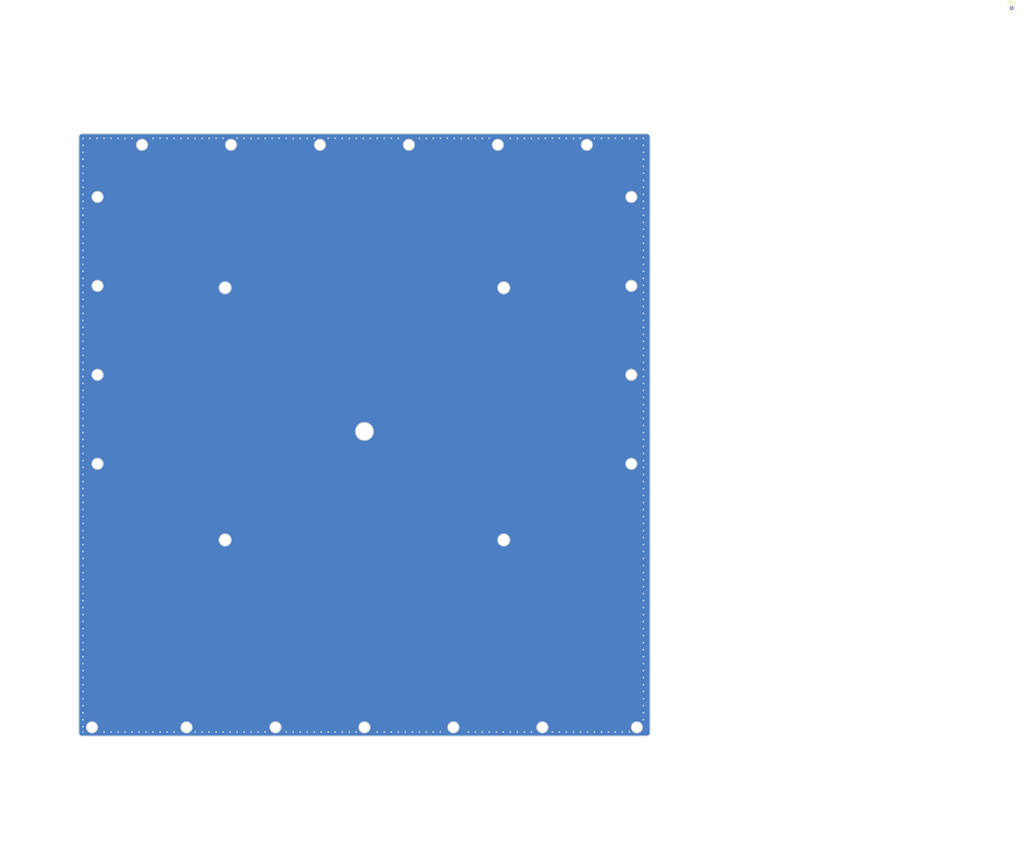
<source format=kicad_pcb>
(kicad_pcb (version 20221018) (generator pcbnew)
  (layers (0 "F.Cu" signal) (31 "B.Cu" signal) (34 "B.Paste" user) (35 "F.Paste" user) (36 "B.SilkS" user "B.Silkscreen") (37 "F.SilkS" user "F.Silkscreen") (38 "B.Mask" user) (39 "F.Mask" user) (44 "Edge.Cuts" user))
  (net 0 "")
  (net 1 "GND")
  (footprint "TestPoint:TestPoint_THTPad_D1.0mm_Drill0.5mm" (layer "F.Cu") (at 266.325 -36.875)
    (fp_text reference "TP1" (at 0 -1.448) (layer "F.SilkS"))
    (fp_text value "TestPoint")
    (fp_circle (center 0 0) (end 0 0.7) (stroke (width 0.12)) (fill none) (layer "F.SilkS"))
    (pad "1" thru_hole circle (at 0 0) (size 1 1) (drill 0.5) (layers "*.Cu" "*.Mask") (net 1 "GND"))
  )
  (gr_circle (center 56.15 168.48) (end 57.7375 168.48) (stroke (width 0.25)) (fill none) (layer "Edge.Cuts"))
  (gr_line (start 0 0) (end 0 169.98) (stroke (width 0.25)) (layer "Edge.Cuts"))
  (gr_circle (center 159.3375 168.48) (end 160.925 168.48) (stroke (width 0.25)) (fill none) (layer "Edge.Cuts"))
  (gr_circle (center 5.35 67.85) (end 6.9375 67.85) (stroke (width 0.25)) (fill none) (layer "Edge.Cuts"))
  (gr_circle (center 68.85 2.175) (end 70.4375 2.175) (stroke (width 0.25)) (fill none) (layer "Edge.Cuts"))
  (gr_circle (center 41.775 42.995) (end 43.5 42.995) (stroke (width 0.25)) (fill none) (layer "Edge.Cuts"))
  (gr_circle (center 145.05 2.175) (end 146.6375 2.175) (stroke (width 0.25)) (fill none) (layer "Edge.Cuts"))
  (gr_circle (center 157.75 17.05) (end 159.3375 17.05) (stroke (width 0.25)) (fill none) (layer "Edge.Cuts"))
  (gr_circle (center 18.05 2.175) (end 19.6375 2.175) (stroke (width 0.25)) (fill none) (layer "Edge.Cuts"))
  (gr_line (start 1 -1) (end 162.1 -1) (stroke (width 0.25)) (layer "Edge.Cuts"))
  (gr_circle (center 121.325 42.995) (end 123.05 42.995) (stroke (width 0.25)) (fill none) (layer "Edge.Cuts"))
  (gr_circle (center 119.65 2.175) (end 121.2375 2.175) (stroke (width 0.25)) (fill none) (layer "Edge.Cuts"))
  (gr_circle (center 5.35 93.25) (end 6.9375 93.25) (stroke (width 0.25)) (fill none) (layer "Edge.Cuts"))
  (gr_circle (center 157.75 67.85) (end 159.3375 67.85) (stroke (width 0.25)) (fill none) (layer "Edge.Cuts"))
  (gr_line (start 1 170.98) (end 162.1 170.98) (stroke (width 0.25)) (layer "Edge.Cuts"))
  (gr_circle (center 132.35 168.48) (end 133.9375 168.48) (stroke (width 0.25)) (fill none) (layer "Edge.Cuts"))
  (gr_circle (center 3.7625 168.48) (end 5.35 168.48) (stroke (width 0.25)) (fill none) (layer "Edge.Cuts"))
  (gr_circle (center 30.75 168.48) (end 32.3375 168.48) (stroke (width 0.25)) (fill none) (layer "Edge.Cuts"))
  (gr_line (start 163.1 169.98) (end 163.1 0) (stroke (width 0.25)) (layer "Edge.Cuts"))
  (gr_circle (center 157.75 42.45) (end 159.3375 42.45) (stroke (width 0.25)) (fill none) (layer "Edge.Cuts"))
  (gr_circle (center 81.55 168.48) (end 83.1375 168.48) (stroke (width 0.25)) (fill none) (layer "Edge.Cuts"))
  (gr_circle (center 106.95 168.48) (end 108.5375 168.48) (stroke (width 0.25)) (fill none) (layer "Edge.Cuts"))
  (gr_circle (center 94.25 2.175) (end 95.8375 2.175) (stroke (width 0.25)) (fill none) (layer "Edge.Cuts"))
  (gr_circle (center 121.325 114.985) (end 123.05 114.985) (stroke (width 0.25)) (fill none) (layer "Edge.Cuts"))
  (gr_arc (start 1 170.98) (mid 0.292893 170.687107) (end 0 169.98) (stroke (width 0.25)) (layer "Edge.Cuts"))
  (gr_circle (center 5.35 42.45) (end 6.9375 42.45) (stroke (width 0.25)) (fill none) (layer "Edge.Cuts"))
  (gr_circle (center 5.35 17.05) (end 6.9375 17.05) (stroke (width 0.25)) (fill none) (layer "Edge.Cuts"))
  (gr_circle (center 43.45 2.175) (end 45.0375 2.175) (stroke (width 0.25)) (fill none) (layer "Edge.Cuts"))
  (gr_arc (start 0 0) (mid 0.292893 -0.707107) (end 1 -1) (stroke (width 0.25)) (layer "Edge.Cuts"))
  (gr_arc (start 163.1 169.98) (mid 162.807107 170.687107) (end 162.1 170.98) (stroke (width 0.25)) (layer "Edge.Cuts"))
  (gr_circle (center 157.75 93.25) (end 159.3375 93.25) (stroke (width 0.25)) (fill none) (layer "Edge.Cuts"))
  (gr_circle (center 41.775 114.985) (end 43.5 114.985) (stroke (width 0.25)) (fill none) (layer "Edge.Cuts"))
  (gr_circle (center 81.55 84) (end 84.1027 84) (stroke (width 0.25)) (fill none) (layer "Edge.Cuts"))
  (gr_arc (start 162.1 -1) (mid 162.807107 -0.707107) (end 163.1 0) (stroke (width 0.25)) (layer "Edge.Cuts"))
  (via (at 1.2 6.3) (size 0.8) (drill 0.4) (layers "F.Cu" "B.Cu") (net 1))
  (via (at 1.2 48.3) (size 0.8) (drill 0.4) (layers "F.Cu" "B.Cu") (net 1))
  (via (at 161.2 0.3) (size 0.8) (drill 0.4) (layers "F.Cu" "B.Cu") (net 1))
  (via (at 123.2 169.8) (size 0.8) (drill 0.4) (layers "F.Cu" "B.Cu") (net 1))
  (via (at 161.2 152.3) (size 0.8) (drill 0.4) (layers "F.Cu" "B.Cu") (net 1))
  (via (at 161.2 60.3) (size 0.8) (drill 0.4) (layers "F.Cu" "B.Cu") (net 1))
  (via (at 21.2 0.3) (size 0.8) (drill 0.4) (layers "F.Cu" "B.Cu") (net 1))
  (via (at 1.2 38.3) (size 0.8) (drill 0.4) (layers "F.Cu" "B.Cu") (net 1))
  (via (at 43.2 169.8) (size 0.8) (drill 0.4) (layers "F.Cu" "B.Cu") (net 1))
  (via (at 23.2 0.3) (size 0.8) (drill 0.4) (layers "F.Cu" "B.Cu") (net 1))
  (via (at 1.2 144.3) (size 0.8) (drill 0.4) (layers "F.Cu" "B.Cu") (net 1))
  (via (at 81.2 0.3) (size 0.8) (drill 0.4) (layers "F.Cu" "B.Cu") (net 1))
  (via (at 91.2 169.8) (size 0.8) (drill 0.4) (layers "F.Cu" "B.Cu") (net 1))
  (via (at 1.2 26.3) (size 0.8) (drill 0.4) (layers "F.Cu" "B.Cu") (net 1))
  (via (at 1.2 122.3) (size 0.8) (drill 0.4) (layers "F.Cu" "B.Cu") (net 1))
  (via (at 47.2 169.8) (size 0.8) (drill 0.4) (layers "F.Cu" "B.Cu") (net 1))
  (via (at 161.2 20.3) (size 0.8) (drill 0.4) (layers "F.Cu" "B.Cu") (net 1))
  (via (at 75.2 0.3) (size 0.8) (drill 0.4) (layers "F.Cu" "B.Cu") (net 1))
  (via (at 161.2 118.3) (size 0.8) (drill 0.4) (layers "F.Cu" "B.Cu") (net 1))
  (via (at 161.2 128.3) (size 0.8) (drill 0.4) (layers "F.Cu" "B.Cu") (net 1))
  (via (at 1.2 142.3) (size 0.8) (drill 0.4) (layers "F.Cu" "B.Cu") (net 1))
  (via (at 1.2 82.3) (size 0.8) (drill 0.4) (layers "F.Cu" "B.Cu") (net 1))
  (via (at 135.2 0.3) (size 0.8) (drill 0.4) (layers "F.Cu" "B.Cu") (net 1))
  (via (at 161.2 94.3) (size 0.8) (drill 0.4) (layers "F.Cu" "B.Cu") (net 1))
  (via (at 1.2 169.8) (size 0.8) (drill 0.4) (layers "F.Cu" "B.Cu") (net 1))
  (via (at 1.2 18.3) (size 0.8) (drill 0.4) (layers "F.Cu" "B.Cu") (net 1))
  (via (at 33.2 169.8) (size 0.8) (drill 0.4) (layers "F.Cu" "B.Cu") (net 1))
  (via (at 161.2 50.3) (size 0.8) (drill 0.4) (layers "F.Cu" "B.Cu") (net 1))
  (via (at 161.2 24.3) (size 0.8) (drill 0.4) (layers "F.Cu" "B.Cu") (net 1))
  (via (at 161.2 124.3) (size 0.8) (drill 0.4) (layers "F.Cu" "B.Cu") (net 1))
  (via (at 39.2 0.3) (size 0.8) (drill 0.4) (layers "F.Cu" "B.Cu") (net 1))
  (via (at 161.2 18.3) (size 0.8) (drill 0.4) (layers "F.Cu" "B.Cu") (net 1))
  (via (at 161.2 32.3) (size 0.8) (drill 0.4) (layers "F.Cu" "B.Cu") (net 1))
  (via (at 1.2 14.3) (size 0.8) (drill 0.4) (layers "F.Cu" "B.Cu") (net 1))
  (via (at 37.2 0.3) (size 0.8) (drill 0.4) (layers "F.Cu" "B.Cu") (net 1))
  (via (at 1.2 90.3) (size 0.8) (drill 0.4) (layers "F.Cu" "B.Cu") (net 1))
  (via (at 161.2 12.3) (size 0.8) (drill 0.4) (layers "F.Cu" "B.Cu") (net 1))
  (via (at 161.2 86.3) (size 0.8) (drill 0.4) (layers "F.Cu" "B.Cu") (net 1))
  (via (at 99.2 0.3) (size 0.8) (drill 0.4) (layers "F.Cu" "B.Cu") (net 1))
  (via (at 47.2 0.3) (size 0.8) (drill 0.4) (layers "F.Cu" "B.Cu") (net 1))
  (via (at 1.2 104.3) (size 0.8) (drill 0.4) (layers "F.Cu" "B.Cu") (net 1))
  (via (at 1.2 158.3) (size 0.8) (drill 0.4) (layers "F.Cu" "B.Cu") (net 1))
  (via (at 161.2 120.3) (size 0.8) (drill 0.4) (layers "F.Cu" "B.Cu") (net 1))
  (via (at 67.2 0.3) (size 0.8) (drill 0.4) (layers "F.Cu" "B.Cu") (net 1))
  (via (at 161.2 80.3) (size 0.8) (drill 0.4) (layers "F.Cu" "B.Cu") (net 1))
  (via (at 149.2 0.3) (size 0.8) (drill 0.4) (layers "F.Cu" "B.Cu") (net 1))
  (via (at 73.2 169.8) (size 0.8) (drill 0.4) (layers "F.Cu" "B.Cu") (net 1))
  (via (at 53.2 0.3) (size 0.8) (drill 0.4) (layers "F.Cu" "B.Cu") (net 1))
  (via (at 1.2 128.3) (size 0.8) (drill 0.4) (layers "F.Cu" "B.Cu") (net 1))
  (via (at 1.2 10.3) (size 0.8) (drill 0.4) (layers "F.Cu" "B.Cu") (net 1))
  (via (at 1.2 44.3) (size 0.8) (drill 0.4) (layers "F.Cu" "B.Cu") (net 1))
  (via (at 161.2 92.3) (size 0.8) (drill 0.4) (layers "F.Cu" "B.Cu") (net 1))
  (via (at 25.2 0.3) (size 0.8) (drill 0.4) (layers "F.Cu" "B.Cu") (net 1))
  (via (at 7.2 169.8) (size 0.8) (drill 0.4) (layers "F.Cu" "B.Cu") (net 1))
  (via (at 1.2 130.3) (size 0.8) (drill 0.4) (layers "F.Cu" "B.Cu") (net 1))
  (via (at 125.2 0.3) (size 0.8) (drill 0.4) (layers "F.Cu" "B.Cu") (net 1))
  (via (at 115.2 169.8) (size 0.8) (drill 0.4) (layers "F.Cu" "B.Cu") (net 1))
  (via (at 1.2 64.3) (size 0.8) (drill 0.4) (layers "F.Cu" "B.Cu") (net 1))
  (via (at 103.2 0.3) (size 0.8) (drill 0.4) (layers "F.Cu" "B.Cu") (net 1))
  (via (at 161.2 64.3) (size 0.8) (drill 0.4) (layers "F.Cu" "B.Cu") (net 1))
  (via (at 1.2 120.3) (size 0.8) (drill 0.4) (layers "F.Cu" "B.Cu") (net 1))
  (via (at 139.2 0.3) (size 0.8) (drill 0.4) (layers "F.Cu" "B.Cu") (net 1))
  (via (at 161.2 52.3) (size 0.8) (drill 0.4) (layers "F.Cu" "B.Cu") (net 1))
  (via (at 1.2 0.3) (size 0.8) (drill 0.4) (layers "F.Cu" "B.Cu") (net 1))
  (via (at 27.2 0.3) (size 0.8) (drill 0.4) (layers "F.Cu" "B.Cu") (net 1))
  (via (at 107.2 0.3) (size 0.8) (drill 0.4) (layers "F.Cu" "B.Cu") (net 1))
  (via (at 15.2 0.3) (size 0.8) (drill 0.4) (layers "F.Cu" "B.Cu") (net 1))
  (via (at 61.2 169.8) (size 0.8) (drill 0.4) (layers "F.Cu" "B.Cu") (net 1))
  (via (at 161.2 164.3) (size 0.8) (drill 0.4) (layers "F.Cu" "B.Cu") (net 1))
  (via (at 161.2 140.3) (size 0.8) (drill 0.4) (layers "F.Cu" "B.Cu") (net 1))
  (via (at 1.2 2.3) (size 0.8) (drill 0.4) (layers "F.Cu" "B.Cu") (net 1))
  (via (at 161.2 36.3) (size 0.8) (drill 0.4) (layers "F.Cu" "B.Cu") (net 1))
  (via (at 1.2 94.3) (size 0.8) (drill 0.4) (layers "F.Cu" "B.Cu") (net 1))
  (via (at 161.2 148.3) (size 0.8) (drill 0.4) (layers "F.Cu" "B.Cu") (net 1))
  (via (at 1.2 148.3) (size 0.8) (drill 0.4) (layers "F.Cu" "B.Cu") (net 1))
  (via (at 1.2 40.3) (size 0.8) (drill 0.4) (layers "F.Cu" "B.Cu") (net 1))
  (via (at 161.2 54.3) (size 0.8) (drill 0.4) (layers "F.Cu" "B.Cu") (net 1))
  (via (at 147.2 0.3) (size 0.8) (drill 0.4) (layers "F.Cu" "B.Cu") (net 1))
  (via (at 37.2 169.8) (size 0.8) (drill 0.4) (layers "F.Cu" "B.Cu") (net 1))
  (via (at 1.2 56.3) (size 0.8) (drill 0.4) (layers "F.Cu" "B.Cu") (net 1))
  (via (at 3.2 0.3) (size 0.8) (drill 0.4) (layers "F.Cu" "B.Cu") (net 1))
  (via (at 87.2 169.8) (size 0.8) (drill 0.4) (layers "F.Cu" "B.Cu") (net 1))
  (via (at 161.2 42.3) (size 0.8) (drill 0.4) (layers "F.Cu" "B.Cu") (net 1))
  (via (at 1.2 92.3) (size 0.8) (drill 0.4) (layers "F.Cu" "B.Cu") (net 1))
  (via (at 1.2 16.3) (size 0.8) (drill 0.4) (layers "F.Cu" "B.Cu") (net 1))
  (via (at 161.2 156.3) (size 0.8) (drill 0.4) (layers "F.Cu" "B.Cu") (net 1))
  (via (at 155.2 0.3) (size 0.8) (drill 0.4) (layers "F.Cu" "B.Cu") (net 1))
  (via (at 161.2 6.3) (size 0.8) (drill 0.4) (layers "F.Cu" "B.Cu") (net 1))
  (via (at 161.2 106.3) (size 0.8) (drill 0.4) (layers "F.Cu" "B.Cu") (net 1))
  (via (at 1.2 68.3) (size 0.8) (drill 0.4) (layers "F.Cu" "B.Cu") (net 1))
  (via (at 1.2 118.3) (size 0.8) (drill 0.4) (layers "F.Cu" "B.Cu") (net 1))
  (via (at 161.2 66.3) (size 0.8) (drill 0.4) (layers "F.Cu" "B.Cu") (net 1))
  (via (at 1.2 20.3) (size 0.8) (drill 0.4) (layers "F.Cu" "B.Cu") (net 1))
  (via (at 161.2 146.3) (size 0.8) (drill 0.4) (layers "F.Cu" "B.Cu") (net 1))
  (via (at 45.2 0.3) (size 0.8) (drill 0.4) (layers "F.Cu" "B.Cu") (net 1))
  (via (at 1.2 34.3) (size 0.8) (drill 0.4) (layers "F.Cu" "B.Cu") (net 1))
  (via (at 7.2 0.3) (size 0.8) (drill 0.4) (layers "F.Cu" "B.Cu") (net 1))
  (via (at 161.2 58.3) (size 0.8) (drill 0.4) (layers "F.Cu" "B.Cu") (net 1))
  (via (at 59.2 0.3) (size 0.8) (drill 0.4) (layers "F.Cu" "B.Cu") (net 1))
  (via (at 147.2 169.8) (size 0.8) (drill 0.4) (layers "F.Cu" "B.Cu") (net 1))
  (via (at 11.2 0.3) (size 0.8) (drill 0.4) (layers "F.Cu" "B.Cu") (net 1))
  (via (at 145.2 169.8) (size 0.8) (drill 0.4) (layers "F.Cu" "B.Cu") (net 1))
  (via (at 1.2 124.3) (size 0.8) (drill 0.4) (layers "F.Cu" "B.Cu") (net 1))
  (via (at 1.2 54.3) (size 0.8) (drill 0.4) (layers "F.Cu" "B.Cu") (net 1))
  (via (at 161.2 96.3) (size 0.8) (drill 0.4) (layers "F.Cu" "B.Cu") (net 1))
  (via (at 161.2 22.3) (size 0.8) (drill 0.4) (layers "F.Cu" "B.Cu") (net 1))
  (via (at 129.2 169.8) (size 0.8) (drill 0.4) (layers "F.Cu" "B.Cu") (net 1))
  (via (at 159.2 0.3) (size 0.8) (drill 0.4) (layers "F.Cu" "B.Cu") (net 1))
  (via (at 25.2 169.8) (size 0.8) (drill 0.4) (layers "F.Cu" "B.Cu") (net 1))
  (via (at 161.2 2.3) (size 0.8) (drill 0.4) (layers "F.Cu" "B.Cu") (net 1))
  (via (at 53.2 169.8) (size 0.8) (drill 0.4) (layers "F.Cu" "B.Cu") (net 1))
  (via (at 1.2 154.3) (size 0.8) (drill 0.4) (layers "F.Cu" "B.Cu") (net 1))
  (via (at 161.2 98.3) (size 0.8) (drill 0.4) (layers "F.Cu" "B.Cu") (net 1))
  (via (at 15.2 169.8) (size 0.8) (drill 0.4) (layers "F.Cu" "B.Cu") (net 1))
  (via (at 51.2 0.3) (size 0.8) (drill 0.4) (layers "F.Cu" "B.Cu") (net 1))
  (via (at 77.2 169.8) (size 0.8) (drill 0.4) (layers "F.Cu" "B.Cu") (net 1))
  (via (at 161.2 46.3) (size 0.8) (drill 0.4) (layers "F.Cu" "B.Cu") (net 1))
  (via (at 1.2 114.3) (size 0.8) (drill 0.4) (layers "F.Cu" "B.Cu") (net 1))
  (via (at 77.2 0.3) (size 0.8) (drill 0.4) (layers "F.Cu" "B.Cu") (net 1))
  (via (at 41.2 169.8) (size 0.8) (drill 0.4) (layers "F.Cu" "B.Cu") (net 1))
  (via (at 1.2 146.3) (size 0.8) (drill 0.4) (layers "F.Cu" "B.Cu") (net 1))
  (via (at 55.2 0.3) (size 0.8) (drill 0.4) (layers "F.Cu" "B.Cu") (net 1))
  (via (at 161.2 154.3) (size 0.8) (drill 0.4) (layers "F.Cu" "B.Cu") (net 1))
  (via (at 153.2 0.3) (size 0.8) (drill 0.4) (layers "F.Cu" "B.Cu") (net 1))
  (via (at 161.2 70.3) (size 0.8) (drill 0.4) (layers "F.Cu" "B.Cu") (net 1))
  (via (at 65.2 169.8) (size 0.8) (drill 0.4) (layers "F.Cu" "B.Cu") (net 1))
  (via (at 1.2 70.3) (size 0.8) (drill 0.4) (layers "F.Cu" "B.Cu") (net 1))
  (via (at 101.2 169.8) (size 0.8) (drill 0.4) (layers "F.Cu" "B.Cu") (net 1))
  (via (at 1.2 156.3) (size 0.8) (drill 0.4) (layers "F.Cu" "B.Cu") (net 1))
  (via (at 125.2 169.8) (size 0.8) (drill 0.4) (layers "F.Cu" "B.Cu") (net 1))
  (via (at 1.2 42.3) (size 0.8) (drill 0.4) (layers "F.Cu" "B.Cu") (net 1))
  (via (at 1.2 108.3) (size 0.8) (drill 0.4) (layers "F.Cu" "B.Cu") (net 1))
  (via (at 1.2 136.3) (size 0.8) (drill 0.4) (layers "F.Cu" "B.Cu") (net 1))
  (via (at 161.2 30.3) (size 0.8) (drill 0.4) (layers "F.Cu" "B.Cu") (net 1))
  (via (at 45.2 169.8) (size 0.8) (drill 0.4) (layers "F.Cu" "B.Cu") (net 1))
  (via (at 161.2 74.3) (size 0.8) (drill 0.4) (layers "F.Cu" "B.Cu") (net 1))
  (via (at 1.2 84.3) (size 0.8) (drill 0.4) (layers "F.Cu" "B.Cu") (net 1))
  (via (at 161.2 112.3) (size 0.8) (drill 0.4) (layers "F.Cu" "B.Cu") (net 1))
  (via (at 161.2 38.3) (size 0.8) (drill 0.4) (layers "F.Cu" "B.Cu") (net 1))
  (via (at 1.2 168.3) (size 0.8) (drill 0.4) (layers "F.Cu" "B.Cu") (net 1))
  (via (at 1.2 76.3) (size 0.8) (drill 0.4) (layers "F.Cu" "B.Cu") (net 1))
  (via (at 149.2 169.8) (size 0.8) (drill 0.4) (layers "F.Cu" "B.Cu") (net 1))
  (via (at 93.2 169.8) (size 0.8) (drill 0.4) (layers "F.Cu" "B.Cu") (net 1))
  (via (at 1.2 66.3) (size 0.8) (drill 0.4) (layers "F.Cu" "B.Cu") (net 1))
  (via (at 33.2 0.3) (size 0.8) (drill 0.4) (layers "F.Cu" "B.Cu") (net 1))
  (via (at 151.2 169.8) (size 0.8) (drill 0.4) (layers "F.Cu" "B.Cu") (net 1))
  (via (at 1.2 32.3) (size 0.8) (drill 0.4) (layers "F.Cu" "B.Cu") (net 1))
  (via (at 161.2 84.3) (size 0.8) (drill 0.4) (layers "F.Cu" "B.Cu") (net 1))
  (via (at 1.2 58.3) (size 0.8) (drill 0.4) (layers "F.Cu" "B.Cu") (net 1))
  (via (at 1.2 4.3) (size 0.8) (drill 0.4) (layers "F.Cu" "B.Cu") (net 1))
  (via (at 111.2 169.8) (size 0.8) (drill 0.4) (layers "F.Cu" "B.Cu") (net 1))
  (via (at 137.2 0.3) (size 0.8) (drill 0.4) (layers "F.Cu" "B.Cu") (net 1))
  (via (at 59.2 169.8) (size 0.8) (drill 0.4) (layers "F.Cu" "B.Cu") (net 1))
  (via (at 1.2 112.3) (size 0.8) (drill 0.4) (layers "F.Cu" "B.Cu") (net 1))
  (via (at 97.2 169.8) (size 0.8) (drill 0.4) (layers "F.Cu" "B.Cu") (net 1))
  (via (at 123.2 0.3) (size 0.8) (drill 0.4) (layers "F.Cu" "B.Cu") (net 1))
  (via (at 97.2 0.3) (size 0.8) (drill 0.4) (layers "F.Cu" "B.Cu") (net 1))
  (via (at 161.2 44.3) (size 0.8) (drill 0.4) (layers "F.Cu" "B.Cu") (net 1))
  (via (at 99.2 169.8) (size 0.8) (drill 0.4) (layers "F.Cu" "B.Cu") (net 1))
  (via (at 13.2 0.3) (size 0.8) (drill 0.4) (layers "F.Cu" "B.Cu") (net 1))
  (via (at 79.2 0.3) (size 0.8) (drill 0.4) (layers "F.Cu" "B.Cu") (net 1))
  (via (at 111.2 0.3) (size 0.8) (drill 0.4) (layers "F.Cu" "B.Cu") (net 1))
  (via (at 1.2 28.3) (size 0.8) (drill 0.4) (layers "F.Cu" "B.Cu") (net 1))
  (via (at 1.2 36.3) (size 0.8) (drill 0.4) (layers "F.Cu" "B.Cu") (net 1))
  (via (at 161.2 100.3) (size 0.8) (drill 0.4) (layers "F.Cu" "B.Cu") (net 1))
  (via (at 161.2 8.3) (size 0.8) (drill 0.4) (layers "F.Cu" "B.Cu") (net 1))
  (via (at 129.2 0.3) (size 0.8) (drill 0.4) (layers "F.Cu" "B.Cu") (net 1))
  (via (at 161.2 136.3) (size 0.8) (drill 0.4) (layers "F.Cu" "B.Cu") (net 1))
  (via (at 1.2 96.3) (size 0.8) (drill 0.4) (layers "F.Cu" "B.Cu") (net 1))
  (via (at 161.2 78.3) (size 0.8) (drill 0.4) (layers "F.Cu" "B.Cu") (net 1))
  (via (at 1.2 62.3) (size 0.8) (drill 0.4) (layers "F.Cu" "B.Cu") (net 1))
  (via (at 73.2 0.3) (size 0.8) (drill 0.4) (layers "F.Cu" "B.Cu") (net 1))
  (via (at 63.2 169.8) (size 0.8) (drill 0.4) (layers "F.Cu" "B.Cu") (net 1))
  (via (at 161.2 102.3) (size 0.8) (drill 0.4) (layers "F.Cu" "B.Cu") (net 1))
  (via (at 161.2 132.3) (size 0.8) (drill 0.4) (layers "F.Cu" "B.Cu") (net 1))
  (via (at 9.2 0.3) (size 0.8) (drill 0.4) (layers "F.Cu" "B.Cu") (net 1))
  (via (at 1.2 52.3) (size 0.8) (drill 0.4) (layers "F.Cu" "B.Cu") (net 1))
  (via (at 161.2 126.3) (size 0.8) (drill 0.4) (layers "F.Cu" "B.Cu") (net 1))
  (via (at 1.2 46.3) (size 0.8) (drill 0.4) (layers "F.Cu" "B.Cu") (net 1))
  (via (at 29.2 0.3) (size 0.8) (drill 0.4) (layers "F.Cu" "B.Cu") (net 1))
  (via (at 1.2 166.3) (size 0.8) (drill 0.4) (layers "F.Cu" "B.Cu") (net 1))
  (via (at 1.2 98.3) (size 0.8) (drill 0.4) (layers "F.Cu" "B.Cu") (net 1))
  (via (at 23.2 169.8) (size 0.8) (drill 0.4) (layers "F.Cu" "B.Cu") (net 1))
  (via (at 161.2 160.3) (size 0.8) (drill 0.4) (layers "F.Cu" "B.Cu") (net 1))
  (via (at 1.2 50.3) (size 0.8) (drill 0.4) (layers "F.Cu" "B.Cu") (net 1))
  (via (at 161.2 4.3) (size 0.8) (drill 0.4) (layers "F.Cu" "B.Cu") (net 1))
  (via (at 127.2 0.3) (size 0.8) (drill 0.4) (layers "F.Cu" "B.Cu") (net 1))
  (via (at 113.2 169.8) (size 0.8) (drill 0.4) (layers "F.Cu" "B.Cu") (net 1))
  (via (at 161.2 10.3) (size 0.8) (drill 0.4) (layers "F.Cu" "B.Cu") (net 1))
  (via (at 75.2 169.8) (size 0.8) (drill 0.4) (layers "F.Cu" "B.Cu") (net 1))
  (via (at 161.2 144.3) (size 0.8) (drill 0.4) (layers "F.Cu" "B.Cu") (net 1))
  (via (at 161.2 48.3) (size 0.8) (drill 0.4) (layers "F.Cu" "B.Cu") (net 1))
  (via (at 19.2 169.8) (size 0.8) (drill 0.4) (layers "F.Cu" "B.Cu") (net 1))
  (via (at 1.2 116.3) (size 0.8) (drill 0.4) (layers "F.Cu" "B.Cu") (net 1))
  (via (at 141.2 0.3) (size 0.8) (drill 0.4) (layers "F.Cu" "B.Cu") (net 1))
  (via (at 161.2 72.3) (size 0.8) (drill 0.4) (layers "F.Cu" "B.Cu") (net 1))
  (via (at 41.2 0.3) (size 0.8) (drill 0.4) (layers "F.Cu" "B.Cu") (net 1))
  (via (at 143.2 169.8) (size 0.8) (drill 0.4) (layers "F.Cu" "B.Cu") (net 1))
  (via (at 137.2 169.8) (size 0.8) (drill 0.4) (layers "F.Cu" "B.Cu") (net 1))
  (via (at 1.2 164.3) (size 0.8) (drill 0.4) (layers "F.Cu" "B.Cu") (net 1))
  (via (at 1.2 60.3) (size 0.8) (drill 0.4) (layers "F.Cu" "B.Cu") (net 1))
  (via (at 135.2 169.8) (size 0.8) (drill 0.4) (layers "F.Cu" "B.Cu") (net 1))
  (via (at 161.2 90.3) (size 0.8) (drill 0.4) (layers "F.Cu" "B.Cu") (net 1))
  (via (at 161.2 110.3) (size 0.8) (drill 0.4) (layers "F.Cu" "B.Cu") (net 1))
  (via (at 117.2 0.3) (size 0.8) (drill 0.4) (layers "F.Cu" "B.Cu") (net 1))
  (via (at 1.2 30.3) (size 0.8) (drill 0.4) (layers "F.Cu" "B.Cu") (net 1))
  (via (at 1.2 102.3) (size 0.8) (drill 0.4) (layers "F.Cu" "B.Cu") (net 1))
  (via (at 1.2 22.3) (size 0.8) (drill 0.4) (layers "F.Cu" "B.Cu") (net 1))
  (via (at 151.2 0.3) (size 0.8) (drill 0.4) (layers "F.Cu" "B.Cu") (net 1))
  (via (at 139.2 169.8) (size 0.8) (drill 0.4) (layers "F.Cu" "B.Cu") (net 1))
  (via (at 95.2 169.8) (size 0.8) (drill 0.4) (layers "F.Cu" "B.Cu") (net 1))
  (via (at 1.2 88.3) (size 0.8) (drill 0.4) (layers "F.Cu" "B.Cu") (net 1))
  (via (at 89.2 0.3) (size 0.8) (drill 0.4) (layers "F.Cu" "B.Cu") (net 1))
  (via (at 85.2 0.3) (size 0.8) (drill 0.4) (layers "F.Cu" "B.Cu") (net 1))
  (via (at 35.2 0.3) (size 0.8) (drill 0.4) (layers "F.Cu" "B.Cu") (net 1))
  (via (at 31.2 0.3) (size 0.8) (drill 0.4) (layers "F.Cu" "B.Cu") (net 1))
  (via (at 141.2 169.8) (size 0.8) (drill 0.4) (layers "F.Cu" "B.Cu") (net 1))
  (via (at 1.2 8.3) (size 0.8) (drill 0.4) (layers "F.Cu" "B.Cu") (net 1))
  (via (at 121.2 169.8) (size 0.8) (drill 0.4) (layers "F.Cu" "B.Cu") (net 1))
  (via (at 1.2 86.3) (size 0.8) (drill 0.4) (layers "F.Cu" "B.Cu") (net 1))
  (via (at 49.2 0.3) (size 0.8) (drill 0.4) (layers "F.Cu" "B.Cu") (net 1))
  (via (at 161.2 150.3) (size 0.8) (drill 0.4) (layers "F.Cu" "B.Cu") (net 1))
  (via (at 1.2 162.3) (size 0.8) (drill 0.4) (layers "F.Cu" "B.Cu") (net 1))
  (via (at 21.2 169.8) (size 0.8) (drill 0.4) (layers "F.Cu" "B.Cu") (net 1))
  (via (at 49.2 169.8) (size 0.8) (drill 0.4) (layers "F.Cu" "B.Cu") (net 1))
  (via (at 161.2 68.3) (size 0.8) (drill 0.4) (layers "F.Cu" "B.Cu") (net 1))
  (via (at 161.2 138.3) (size 0.8) (drill 0.4) (layers "F.Cu" "B.Cu") (net 1))
  (via (at 117.2 169.8) (size 0.8) (drill 0.4) (layers "F.Cu" "B.Cu") (net 1))
  (via (at 91.2 0.3) (size 0.8) (drill 0.4) (layers "F.Cu" "B.Cu") (net 1))
  (via (at 143.2 0.3) (size 0.8) (drill 0.4) (layers "F.Cu" "B.Cu") (net 1))
  (via (at 27.2 169.8) (size 0.8) (drill 0.4) (layers "F.Cu" "B.Cu") (net 1))
  (via (at 1.2 152.3) (size 0.8) (drill 0.4) (layers "F.Cu" "B.Cu") (net 1))
  (via (at 155.2 169.8) (size 0.8) (drill 0.4) (layers "F.Cu" "B.Cu") (net 1))
  (via (at 13.2 169.8) (size 0.8) (drill 0.4) (layers "F.Cu" "B.Cu") (net 1))
  (via (at 1.2 24.3) (size 0.8) (drill 0.4) (layers "F.Cu" "B.Cu") (net 1))
  (via (at 113.2 0.3) (size 0.8) (drill 0.4) (layers "F.Cu" "B.Cu") (net 1))
  (via (at 1.2 78.3) (size 0.8) (drill 0.4) (layers "F.Cu" "B.Cu") (net 1))
  (via (at 161.2 158.3) (size 0.8) (drill 0.4) (layers "F.Cu" "B.Cu") (net 1))
  (via (at 61.2 0.3) (size 0.8) (drill 0.4) (layers "F.Cu" "B.Cu") (net 1))
  (via (at 161.2 34.3) (size 0.8) (drill 0.4) (layers "F.Cu" "B.Cu") (net 1))
  (via (at 161.2 40.3) (size 0.8) (drill 0.4) (layers "F.Cu" "B.Cu") (net 1))
  (via (at 161.2 88.3) (size 0.8) (drill 0.4) (layers "F.Cu" "B.Cu") (net 1))
  (via (at 11.2 169.8) (size 0.8) (drill 0.4) (layers "F.Cu" "B.Cu") (net 1))
  (via (at 161.2 62.3) (size 0.8) (drill 0.4) (layers "F.Cu" "B.Cu") (net 1))
  (via (at 161.2 122.3) (size 0.8) (drill 0.4) (layers "F.Cu" "B.Cu") (net 1))
  (via (at 133.2 0.3) (size 0.8) (drill 0.4) (layers "F.Cu" "B.Cu") (net 1))
  (via (at 119.2 169.8) (size 0.8) (drill 0.4) (layers "F.Cu" "B.Cu") (net 1))
  (via (at 105.2 0.3) (size 0.8) (drill 0.4) (layers "F.Cu" "B.Cu") (net 1))
  (via (at 35.2 169.8) (size 0.8) (drill 0.4) (layers "F.Cu" "B.Cu") (net 1))
  (via (at 153.2 169.8) (size 0.8) (drill 0.4) (layers "F.Cu" "B.Cu") (net 1))
  (via (at 1.2 74.3) (size 0.8) (drill 0.4) (layers "F.Cu" "B.Cu") (net 1))
  (via (at 161.2 108.3) (size 0.8) (drill 0.4) (layers "F.Cu" "B.Cu") (net 1))
  (via (at 1.2 106.3) (size 0.8) (drill 0.4) (layers "F.Cu" "B.Cu") (net 1))
  (via (at 39.2 169.8) (size 0.8) (drill 0.4) (layers "F.Cu" "B.Cu") (net 1))
  (via (at 161.2 130.3) (size 0.8) (drill 0.4) (layers "F.Cu" "B.Cu") (net 1))
  (via (at 103.2 169.8) (size 0.8) (drill 0.4) (layers "F.Cu" "B.Cu") (net 1))
  (via (at 161.2 14.3) (size 0.8) (drill 0.4) (layers "F.Cu" "B.Cu") (net 1))
  (via (at 17.2 169.8) (size 0.8) (drill 0.4) (layers "F.Cu" "B.Cu") (net 1))
  (via (at 79.2 169.8) (size 0.8) (drill 0.4) (layers "F.Cu" "B.Cu") (net 1))
  (via (at 161.2 16.3) (size 0.8) (drill 0.4) (layers "F.Cu" "B.Cu") (net 1))
  (via (at 1.2 160.3) (size 0.8) (drill 0.4) (layers "F.Cu" "B.Cu") (net 1))
  (via (at 89.2 169.8) (size 0.8) (drill 0.4) (layers "F.Cu" "B.Cu") (net 1))
  (via (at 1.2 12.3) (size 0.8) (drill 0.4) (layers "F.Cu" "B.Cu") (net 1))
  (via (at 161.2 28.3) (size 0.8) (drill 0.4) (layers "F.Cu" "B.Cu") (net 1))
  (via (at 161.2 82.3) (size 0.8) (drill 0.4) (layers "F.Cu" "B.Cu") (net 1))
  (via (at 161.2 134.3) (size 0.8) (drill 0.4) (layers "F.Cu" "B.Cu") (net 1))
  (via (at 1.2 126.3) (size 0.8) (drill 0.4) (layers "F.Cu" "B.Cu") (net 1))
  (via (at 1.2 132.3) (size 0.8) (drill 0.4) (layers "F.Cu" "B.Cu") (net 1))
  (via (at 161.2 104.3) (size 0.8) (drill 0.4) (layers "F.Cu" "B.Cu") (net 1))
  (via (at 1.2 80.3) (size 0.8) (drill 0.4) (layers "F.Cu" "B.Cu") (net 1))
  (via (at 161.2 116.3) (size 0.8) (drill 0.4) (layers "F.Cu" "B.Cu") (net 1))
  (via (at 127.2 169.8) (size 0.8) (drill 0.4) (layers "F.Cu" "B.Cu") (net 1))
  (via (at 101.2 0.3) (size 0.8) (drill 0.4) (layers "F.Cu" "B.Cu") (net 1))
  (via (at 157.2 169.8) (size 0.8) (drill 0.4) (layers "F.Cu" "B.Cu") (net 1))
  (via (at 161.2 142.3) (size 0.8) (drill 0.4) (layers "F.Cu" "B.Cu") (net 1))
  (via (at 161.2 114.3) (size 0.8) (drill 0.4) (layers "F.Cu" "B.Cu") (net 1))
  (via (at 71.2 169.8) (size 0.8) (drill 0.4) (layers "F.Cu" "B.Cu") (net 1))
  (via (at 109.2 0.3) (size 0.8) (drill 0.4) (layers "F.Cu" "B.Cu") (net 1))
  (via (at 1.2 140.3) (size 0.8) (drill 0.4) (layers "F.Cu" "B.Cu") (net 1))
  (via (at 131.2 0.3) (size 0.8) (drill 0.4) (layers "F.Cu" "B.Cu") (net 1))
  (via (at 63.2 0.3) (size 0.8) (drill 0.4) (layers "F.Cu" "B.Cu") (net 1))
  (via (at 161.2 162.3) (size 0.8) (drill 0.4) (layers "F.Cu" "B.Cu") (net 1))
  (via (at 1.2 150.3) (size 0.8) (drill 0.4) (layers "F.Cu" "B.Cu") (net 1))
  (via (at 161.2 26.3) (size 0.8) (drill 0.4) (layers "F.Cu" "B.Cu") (net 1))
  (via (at 9.2 169.8) (size 0.8) (drill 0.4) (layers "F.Cu" "B.Cu") (net 1))
  (via (at 1.2 134.3) (size 0.8) (drill 0.4) (layers "F.Cu" "B.Cu") (net 1))
  (via (at 161.2 56.3) (size 0.8) (drill 0.4) (layers "F.Cu" "B.Cu") (net 1))
  (via (at 85.2 169.8) (size 0.8) (drill 0.4) (layers "F.Cu" "B.Cu") (net 1))
  (via (at 1.2 72.3) (size 0.8) (drill 0.4) (layers "F.Cu" "B.Cu") (net 1))
  (via (at 71.2 0.3) (size 0.8) (drill 0.4) (layers "F.Cu" "B.Cu") (net 1))
  (via (at 65.2 0.3) (size 0.8) (drill 0.4) (layers "F.Cu" "B.Cu") (net 1))
  (via (at 69.2 169.8) (size 0.8) (drill 0.4) (layers "F.Cu" "B.Cu") (net 1))
  (via (at 67.2 169.8) (size 0.8) (drill 0.4) (layers "F.Cu" "B.Cu") (net 1))
  (via (at 1.2 138.3) (size 0.8) (drill 0.4) (layers "F.Cu" "B.Cu") (net 1))
  (via (at 5.2 0.3) (size 0.8) (drill 0.4) (layers "F.Cu" "B.Cu") (net 1))
  (via (at 51.2 169.8) (size 0.8) (drill 0.4) (layers "F.Cu" "B.Cu") (net 1))
  (via (at 161.2 76.3) (size 0.8) (drill 0.4) (layers "F.Cu" "B.Cu") (net 1))
  (via (at 157.2 0.3) (size 0.8) (drill 0.4) (layers "F.Cu" "B.Cu") (net 1))
  (via (at 57.2 0.3) (size 0.8) (drill 0.4) (layers "F.Cu" "B.Cu") (net 1))
  (via (at 1.2 110.3) (size 0.8) (drill 0.4) (layers "F.Cu" "B.Cu") (net 1))
  (via (at 161.2 166.3) (size 0.8) (drill 0.4) (layers "F.Cu" "B.Cu") (net 1))
  (via (at 1.2 100.3) (size 0.8) (drill 0.4) (layers "F.Cu" "B.Cu") (net 1))
  (via (at 115.2 0.3) (size 0.8) (drill 0.4) (layers "F.Cu" "B.Cu") (net 1))
  (via (at 83.2 0.3) (size 0.8) (drill 0.4) (layers "F.Cu" "B.Cu") (net 1))
  (via (at 87.2 0.3) (size 0.8) (drill 0.4) (layers "F.Cu" "B.Cu") (net 1))
  (zone (net 1) (net_name "GND") (layers "F&B.Cu") (connect_pads (clearance 0.5)) (min_thickness 0.25) (fill yes (thermal_gap 0.5) (thermal_bridge_width 0.5) (island_removal_mode 1) (island_area_min 10))
    (polygon (pts (xy -22.5 -22.5) (xy 185 -17.5) (xy 185 197.5) (xy -15 205)))
  )
)
</source>
